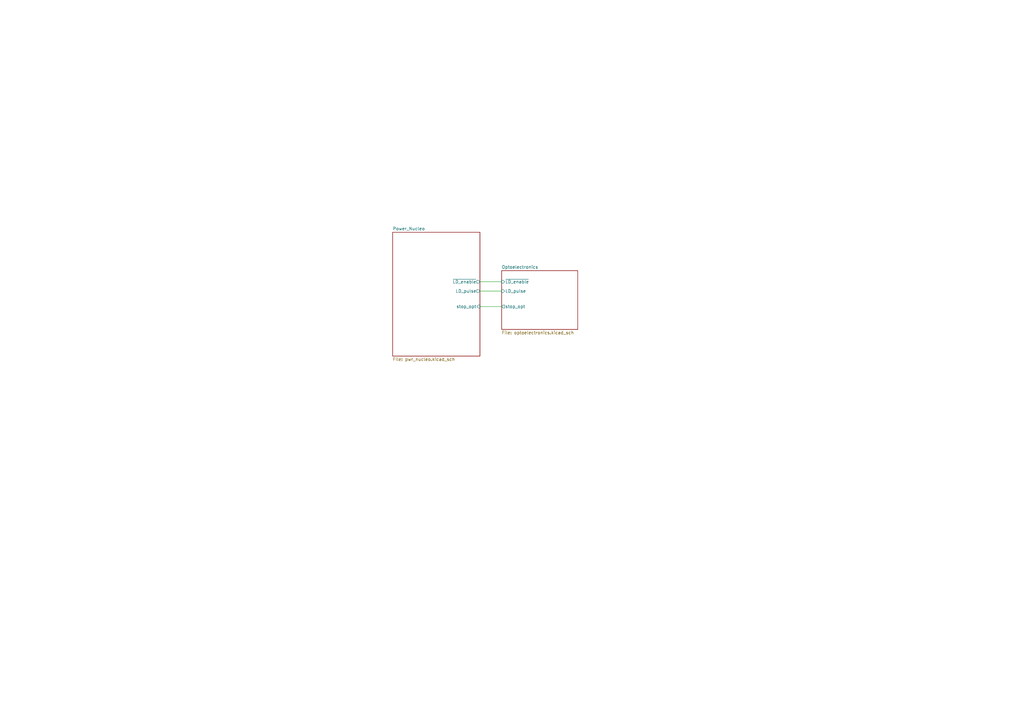
<source format=kicad_sch>
(kicad_sch
	(version 20231120)
	(generator "eeschema")
	(generator_version "8.0")
	(uuid "0f7bf370-0a80-4101-a61d-d850fd66ab1d")
	(paper "A3")
	(title_block
		(title "PCB DIY ToF")
		(date "2024-12-21")
		(rev "0.1")
		(company "OST")
		(comment 1 "Top level")
		(comment 2 "schematics")
		(comment 3 "w.i.p.")
		(comment 8 "M. Schär")
	)
	(lib_symbols)
	(wire
		(pts
			(xy 196.85 125.73) (xy 205.74 125.73)
		)
		(stroke
			(width 0)
			(type default)
		)
		(uuid "68aa8e88-7918-47b9-9529-d1491df138f8")
	)
	(wire
		(pts
			(xy 196.85 115.57) (xy 205.74 115.57)
		)
		(stroke
			(width 0)
			(type default)
		)
		(uuid "cb22bb30-9d34-49cd-8906-8e8dfe3bcc26")
	)
	(wire
		(pts
			(xy 196.85 119.38) (xy 205.74 119.38)
		)
		(stroke
			(width 0)
			(type default)
		)
		(uuid "d637d19e-9482-4696-8bce-48d86cf80660")
	)
	(sheet
		(at 205.74 110.998)
		(size 31.242 24.13)
		(fields_autoplaced yes)
		(stroke
			(width 0.1524)
			(type solid)
		)
		(fill
			(color 0 0 0 0.0000)
		)
		(uuid "1536e9f2-3315-42ae-af66-5ae730c43aea")
		(property "Sheetname" "Optoelectronics"
			(at 205.74 110.2864 0)
			(effects
				(font
					(size 1.27 1.27)
				)
				(justify left bottom)
			)
		)
		(property "Sheetfile" "optoelectronics.kicad_sch"
			(at 205.74 135.7126 0)
			(effects
				(font
					(size 1.27 1.27)
				)
				(justify left top)
			)
		)
		(pin "~{LD_enable}" input
			(at 205.74 115.57 180)
			(effects
				(font
					(size 1.27 1.27)
				)
				(justify left)
			)
			(uuid "fd789b57-9e6c-444e-8c07-2b9204d57fdd")
		)
		(pin "stop_opt" output
			(at 205.74 125.73 180)
			(effects
				(font
					(size 1.27 1.27)
				)
				(justify left)
			)
			(uuid "2023355d-dbde-4fc2-84df-d6081bc2603f")
		)
		(pin "LD_pulse" input
			(at 205.74 119.38 180)
			(effects
				(font
					(size 1.27 1.27)
				)
				(justify left)
			)
			(uuid "338855f3-e52d-45be-ae02-14577f2c628d")
		)
		(instances
			(project "diy_tof_hw"
				(path "/0f7bf370-0a80-4101-a61d-d850fd66ab1d"
					(page "3")
				)
			)
		)
	)
	(sheet
		(at 161.036 95.25)
		(size 35.814 50.8)
		(fields_autoplaced yes)
		(stroke
			(width 0.1524)
			(type solid)
		)
		(fill
			(color 0 0 0 0.0000)
		)
		(uuid "e3345fca-f581-4274-8897-90c8927ce695")
		(property "Sheetname" "Power_Nucleo"
			(at 161.036 94.5384 0)
			(effects
				(font
					(size 1.27 1.27)
				)
				(justify left bottom)
			)
		)
		(property "Sheetfile" "pwr_nucleo.kicad_sch"
			(at 161.036 146.6346 0)
			(effects
				(font
					(size 1.27 1.27)
				)
				(justify left top)
			)
		)
		(pin "LD_pulse" output
			(at 196.85 119.38 0)
			(effects
				(font
					(size 1.27 1.27)
				)
				(justify right)
			)
			(uuid "5d634d3f-b54c-4034-a9e8-5c5ee0252110")
		)
		(pin "stop_opt" input
			(at 196.85 125.73 0)
			(effects
				(font
					(size 1.27 1.27)
				)
				(justify right)
			)
			(uuid "c32ee16c-5cb8-4998-a883-54539efd6a3f")
		)
		(pin "~{LD_enable}" output
			(at 196.85 115.57 0)
			(effects
				(font
					(size 1.27 1.27)
				)
				(justify right)
			)
			(uuid "2b38f3e8-5a7a-4d14-83cf-8e4c8cb4ca93")
		)
		(instances
			(project "diy_tof_hw"
				(path "/0f7bf370-0a80-4101-a61d-d850fd66ab1d"
					(page "2")
				)
			)
		)
	)
	(sheet_instances
		(path "/"
			(page "1")
		)
	)
)

</source>
